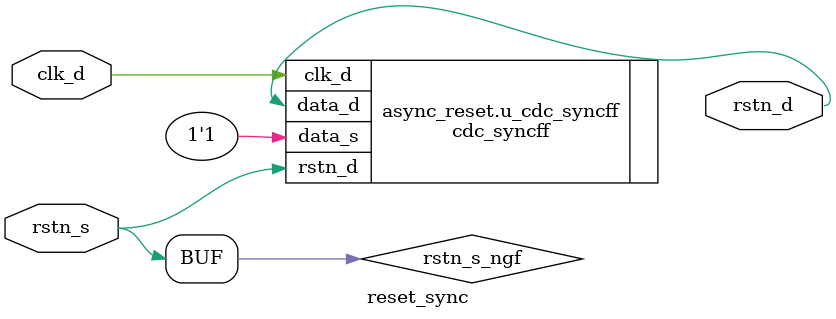
<source format=v>
module reset_sync(
    // Outputs
    rstn_d,
    // Inputs
    rstn_s,
    clk_d
    );

    parameter SYNC_MODE = 0;    // 0 -- rstn_d is asynchrously asserted
                                // 1 -- rstn_d is synchrously asserted

    input  rstn_s;   // async reset in source domain, active low, to be synced
    input  clk_d;    // clock in destination domain
    output rstn_d;   // async reset in destination domain, active low

    wire   rstn_s_ngf;

    // filter negative glitches
    //cell_ngf_buf u_cell_ngf_buf (
    //    .A      (rstn_s     ),
    //    .Y      (rstn_s_ngf )
    //);
    assign rstn_s_ngf = rstn_s;

    // ------------------------------------------------------------------------------- //
    // This module offers solution to safely transfer asynchronous reset signal from 
    // source clock domain to destination clock domain, which consists of 2 stage 
    // flip-flops and is useful to avoid removal/recovery timing violation
    // ------------------------------------------------------------------------------- //

    generate
        if (SYNC_MODE) begin: sync_reset

            cdc_syncff #(
                .DATA_WIDTH (1          ),
                .RST_VALUE  (0          ),
                .SYNC_LEVELS(2          )
            ) u_cdc_syncff (
                .data_d     (rstn_d     ),
                .data_s     (rstn_s_ngf ),
                .clk_d      (clk_d      ),
                .rstn_d     (1'b1       )
            );

        end
        else begin: async_reset

            cdc_syncff #(
                .DATA_WIDTH (1          ),
                .RST_VALUE  (0          ),
                .SYNC_LEVELS(2          )
            ) u_cdc_syncff (
                .data_d     (rstn_d     ),
                .data_s     (1'b1       ),
                .clk_d      (clk_d      ),
                .rstn_d     (rstn_s_ngf )
            );

        end
    endgenerate

endmodule

</source>
